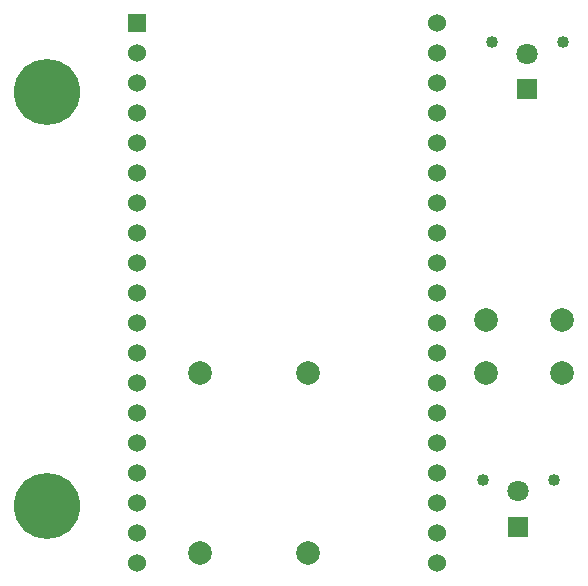
<source format=gbr>
%TF.GenerationSoftware,KiCad,Pcbnew,(7.0.0)*%
%TF.CreationDate,2023-08-21T10:27:13+05:30*%
%TF.ProjectId,X1A51B8-v1,58314135-3142-4382-9d76-312e6b696361,rev?*%
%TF.SameCoordinates,Original*%
%TF.FileFunction,Soldermask,Bot*%
%TF.FilePolarity,Negative*%
%FSLAX46Y46*%
G04 Gerber Fmt 4.6, Leading zero omitted, Abs format (unit mm)*
G04 Created by KiCad (PCBNEW (7.0.0)) date 2023-08-21 10:27:13*
%MOMM*%
%LPD*%
G01*
G04 APERTURE LIST*
%ADD10C,5.600000*%
%ADD11R,1.530000X1.530000*%
%ADD12C,1.530000*%
%ADD13C,2.000000*%
%ADD14C,1.020000*%
%ADD15R,1.800000X1.800000*%
%ADD16C,1.800000*%
G04 APERTURE END LIST*
D10*
%TO.C,REF\u002A\u002A*%
X219964000Y-77978000D03*
%TD*%
D11*
%TO.C,U1*%
X227583999Y-72145999D03*
D12*
X227584000Y-74686000D03*
X227584000Y-77226000D03*
X227584000Y-79766000D03*
X227584000Y-82306000D03*
X227584000Y-84846000D03*
X227584000Y-87386000D03*
X227584000Y-89926000D03*
X227584000Y-92466000D03*
X227584000Y-95006000D03*
X227584000Y-97546000D03*
X227584000Y-100086000D03*
X227584000Y-102626000D03*
X227584000Y-105166000D03*
X227584000Y-107706000D03*
X227584000Y-110246000D03*
X227584000Y-112786000D03*
X227584000Y-115326000D03*
X227584000Y-117866000D03*
X252984000Y-117866000D03*
X252984000Y-115326000D03*
X252984000Y-112786000D03*
X252984000Y-110246000D03*
X252984000Y-107706000D03*
X252984000Y-105166000D03*
X252984000Y-102626000D03*
X252984000Y-100086000D03*
X252984000Y-97546000D03*
X252984000Y-95006000D03*
X252984000Y-92466000D03*
X252984000Y-89926000D03*
X252984000Y-87386000D03*
X252984000Y-84846000D03*
X252984000Y-82306000D03*
X252984000Y-79766000D03*
X252984000Y-77226000D03*
X252984000Y-74686000D03*
X252984000Y-72146000D03*
%TD*%
D10*
%TO.C,REF\u002A\u002A*%
X219964000Y-113030000D03*
%TD*%
D13*
%TO.C,J3*%
X232943400Y-117053200D03*
X242087400Y-117053200D03*
X232943400Y-101813200D03*
X242087400Y-101813200D03*
%TD*%
%TO.C,SW1*%
X257100000Y-97318000D03*
X263600000Y-97318000D03*
X257100000Y-101818000D03*
X263600000Y-101818000D03*
%TD*%
D14*
%TO.C,J1*%
X257604000Y-73794000D03*
X263604000Y-73794000D03*
D15*
X260603999Y-77733999D03*
D16*
X260604000Y-74734000D03*
%TD*%
D14*
%TO.C,J2*%
X256842000Y-110868000D03*
X262842000Y-110868000D03*
D15*
X259841999Y-114807999D03*
D16*
X259842000Y-111808000D03*
%TD*%
M02*

</source>
